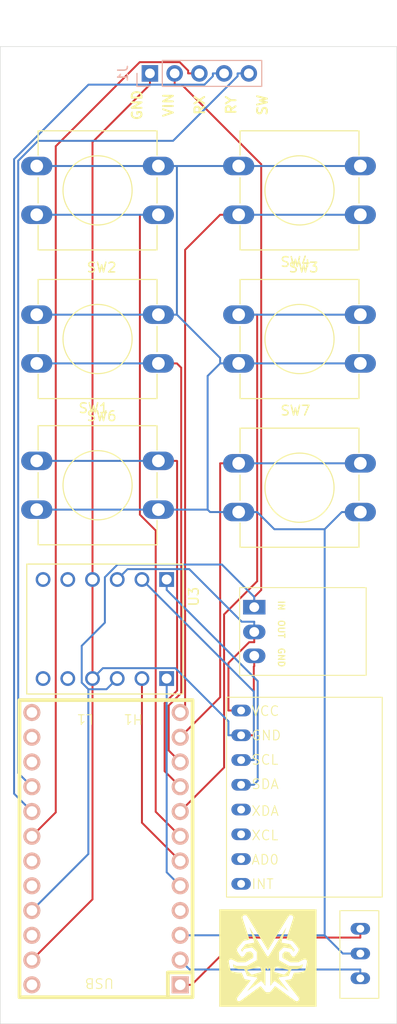
<source format=kicad_pcb>
(kicad_pcb (version 20240108) (generator "pcbnew") (generator_version "8.0")
  (layers (0 "F.Cu" signal) (31 "B.Cu" signal) (34 "B.Paste" user) (35 "F.Paste" user) (36 "B.SilkS" user "B.Silkscreen") (37 "F.SilkS" user "F.Silkscreen") (38 "B.Mask" user) (39 "F.Mask" user) (44 "Edge.Cuts" user))
  (net 0 "")
  (net 1 "Net-(MPU1-SDA)")
  (net 2 "Net-(MPU1-VCC)")
  (net 4 "Net-(J1-Pin_1)")
  (net 8 "Net-(MPU1-SCL)")
  (net 9 "Net-(J1-Pin_2)")
  (net 10 "Net-(U1-D7)")
  (net 11 "Net-(U1-D4)")
  (net 12 "Net-(U1-B5)")
  (net 14 "Net-(J1-Pin_4)")
  (net 15 "Net-(J1-Pin_5)")
  (net 16 "Net-(J1-Pin_3)")
  (net 17 "Net-(U1-SCL)")
  (net 18 "Net-(U1-E6)")
  (net 25 "Net-(SW5-C)")
  (net 26 "Net-(U1-SDA)")
  (net 28 "Net-(SW5-A)")
  (net 29 "Net-(U1-B4)")
  (net 34 "Net-(U1-C6)")
  (net 35 "Net-(SW5-B)")
  (footprint "Library:MPU6050 Accelerometer" (layer "F.Cu") (at 186 103.25)
    (property "Reference" "MPU1" (hide yes))
    (property "Value" "~" (hide yes))
    (fp_text user "XCL" (at -5.5 2.25 0) (layer "F.SilkS") (effects (font (thickness 0.1)) (justify left bottom)))
    (fp_text user "INT" (at -5.5 7.25 0) (layer "F.SilkS") (effects (font (thickness 0.1)) (justify left bottom)))
    (fp_text user "SDA" (at -5.5 -3 0) (layer "F.SilkS") (effects (font (thickness 0.1)) (justify left bottom)))
    (fp_text user "SCL" (at -5.5 -5.5 0) (layer "F.SilkS") (effects (font (thickness 0.1)) (justify left bottom)))
    (fp_text user "GND" (at -5.5 -8 0) (layer "F.SilkS") (effects (font (thickness 0.1)) (justify left bottom)))
    (fp_text user "AD0" (at -5.5 4.75 0) (layer "F.SilkS") (effects (font (thickness 0.1)) (justify left bottom)))
    (fp_text user "VCC" (at -5.5 -10.5 0) (layer "F.SilkS") (effects (font (thickness 0.1)) (justify left bottom)))
    (fp_text user "XDA" (at -5.5 -0.25 0) (layer "F.SilkS") (effects (font (thickness 0.1)) (justify left bottom)))
    (pad "1" thru_hole oval (at -6.5 -11.14 270) (size 1.2 2) (drill 0.8) (layers "*.Cu" "*.Mask") (net 2 "Net-(MPU1-VCC)"))
    (pad "2" thru_hole oval (at -6.5 -8.6 270) (size 1.2 2) (drill 0.8) (layers "*.Cu" "*.Mask") (net 4 "Net-(J1-Pin_1)"))
    (pad "3" thru_hole oval (at -6.5 -6.06 270) (size 1.2 2) (drill 0.8) (layers "*.Cu" "*.Mask") (net 8 "Net-(MPU1-SCL)"))
    (pad "4" thru_hole oval (at -6.5 -3.52 270) (size 1.2 2) (drill 0.8) (layers "*.Cu" "*.Mask") (net 1 "Net-(MPU1-SDA)"))
    (pad "5" thru_hole oval (at -6.5 -0.98 270) (size 1.2 2) (drill 0.8) (layers "*.Cu" "*.Mask"))
    (pad "6" thru_hole oval (at -6.5 1.56 270) (size 1.2 2) (drill 0.8) (layers "*.Cu" "*.Mask"))
    (pad "7" thru_hole oval (at -6.5 4.1 270) (size 1.2 2) (drill 0.8) (layers "*.Cu" "*.Mask"))
    (pad "8" thru_hole oval (at -6.5 6.64 270) (size 1.2 2) (drill 0.8) (layers "*.Cu" "*.Mask"))
  )
  (footprint "Library:SS12D00G SPDT Micro Switch" (layer "F.Cu") (at 191.75 117.04 -90)
    (property "Reference" "SW5" (hide yes))
    (property "Value" "SW_SPDT" (hide yes))
    (pad "1" thru_hole oval (at -2.54 0 270) (size 1.2 2) (drill 0.8) (layers "*.Cu" "*.Mask") (net 28 "Net-(SW5-A)"))
    (pad "2" thru_hole oval (at 0 0 270) (size 1.2 2) (drill 0.8) (layers "*.Cu" "*.Mask") (net 35 "Net-(SW5-B)"))
    (pad "3" thru_hole oval (at 2.54 0 270) (size 1.2 2) (drill 0.8) (layers "*.Cu" "*.Mask") (net 25 "Net-(SW5-C)"))
  )
  (footprint "Library:SW_PUSH-12mmWITHCap" (layer "F.Cu") (at 171 56.5 180)
    (property "Reference" "SW6" (at 5.83 -5.41 180) (layer "F.SilkS"))
    (property "Value" "SW_Omron_B3FS")
    (pad "1" thru_hole oval (at 0 0 180) (size 3.2 1.9) (drill 1.3) (layers "*.Cu" "*.Mask") (net 18 "Net-(U1-E6)"))
    (pad "1" thru_hole oval (at 12.5 0 180) (size 3.2 1.9) (drill 1.3) (layers "*.Cu" "*.Mask") (net 18 "Net-(U1-E6)"))
    (pad "2" thru_hole oval (at 0 5 180) (size 3.2 1.9) (drill 1.3) (layers "*.Cu" "*.Mask") (net 35 "Net-(SW5-B)"))
    (pad "2" thru_hole oval (at 12.5 5 180) (size 3.2 1.9) (drill 1.3) (layers "*.Cu" "*.Mask") (net 35 "Net-(SW5-B)"))
  )
  (footprint "Library:SmallInvertVCR" (layer "F.Cu") (at 182.25 117.5)
    (property "Reference" "G***" (hide yes))
    (property "Value" "LOGO" (hide yes))
  )
  (footprint "ProMicroFootprint:ARDUINO_PRO_MICRO" (layer "F.Cu") (at 165.62 106.28 90)
    (property "Reference" "U1" (hide yes))
    (property "Value" "ProMicro" (hide yes))
    (pad "1" thru_hole rect (at -13.97 7.62 90) (size 1.7526 1.7526) (drill 1.0922) (layers "*.Cu" "*.SilkS" "*.Mask") (net 28 "Net-(SW5-A)"))
    (pad "2" thru_hole circle (at -11.43 7.62 90) (size 1.7526 1.7526) (drill 1.0922) (layers "*.Cu" "*.SilkS" "*.Mask") (net 25 "Net-(SW5-C)"))
    (pad "3" thru_hole circle (at -8.89 7.62 90) (size 1.7526 1.7526) (drill 1.0922) (layers "*.Cu" "*.SilkS" "*.Mask") (net 35 "Net-(SW5-B)"))
    (pad "4" thru_hole circle (at -6.35 7.62 90) (size 1.7526 1.7526) (drill 1.0922) (layers "*.Cu" "*.SilkS" "*.Mask"))
    (pad "5" thru_hole circle (at -3.81 7.62 90) (size 1.7526 1.7526) (drill 1.0922) (layers "*.Cu" "*.SilkS" "*.Mask") (net 26 "Net-(U1-SDA)"))
    (pad "6" thru_hole circle (at -1.27 7.62 90) (size 1.7526 1.7526) (drill 1.0922) (layers "*.Cu" "*.SilkS" "*.Mask") (net 17 "Net-(U1-SCL)"))
    (pad "7" thru_hole circle (at 1.27 7.62 90) (size 1.7526 1.7526) (drill 1.0922) (layers "*.Cu" "*.SilkS" "*.Mask") (net 11 "Net-(U1-D4)"))
    (pad "8" thru_hole circle (at 3.81 7.62 90) (size 1.7526 1.7526) (drill 1.0922) (layers "*.Cu" "*.SilkS" "*.Mask") (net 34 "Net-(U1-C6)"))
    (pad "9" thru_hole circle (at 6.35 7.62 90) (size 1.7526 1.7526) (drill 1.0922) (layers "*.Cu" "*.SilkS" "*.Mask") (net 10 "Net-(U1-D7)"))
    (pad "10" thru_hole circle (at 8.89 7.62 90) (size 1.7526 1.7526) (drill 1.0922) (layers "*.Cu" "*.SilkS" "*.Mask") (net 18 "Net-(U1-E6)"))
    (pad "11" thru_hole circle (at 11.43 7.62 90) (size 1.7526 1.7526) (drill 1.0922) (layers "*.Cu" "*.SilkS" "*.Mask") (net 29 "Net-(U1-B4)"))
    (pad "12" thru_hole circle (at 13.97 7.62 90) (size 1.7526 1.7526) (drill 1.0922) (layers "*.Cu" "*.SilkS" "*.Mask") (net 12 "Net-(U1-B5)"))
    (pad "13" thru_hole circle (at 13.97 -7.62 90) (size 1.7526 1.7526) (drill 1.0922) (layers "*.Cu" "*.SilkS" "*.Mask"))
    (pad "14" thru_hole circle (at 11.43 -7.62 90) (size 1.7526 1.7526) (drill 1.0922) (layers "*.Cu" "*.SilkS" "*.Mask"))
    (pad "15" thru_hole circle (at 8.89 -7.62 90) (size 1.7526 1.7526) (drill 1.0922) (layers "*.Cu" "*.SilkS" "*.Mask"))
    (pad "16" thru_hole circle (at 6.35 -7.62 90) (size 1.7526 1.7526) (drill 1.0922) (layers "*.Cu" "*.SilkS" "*.Mask") (net 15 "Net-(J1-Pin_5)"))
    (pad "17" thru_hole circle (at 3.81 -7.62 90) (size 1.7526 1.7526) (drill 1.0922) (layers "*.Cu" "*.SilkS" "*.Mask") (net 14 "Net-(J1-Pin_4)"))
    (pad "18" thru_hole circle (at 1.27 -7.62 90) (size 1.7526 1.7526) (drill 1.0922) (layers "*.Cu" "*.SilkS" "*.Mask") (net 16 "Net-(J1-Pin_3)"))
    (pad "19" thru_hole circle (at -1.27 -7.62 90) (size 1.7526 1.7526) (drill 1.0922) (layers "*.Cu" "*.SilkS" "*.Mask"))
    (pad "20" thru_hole circle (at -3.81 -7.62 90) (size 1.7526 1.7526) (drill 1.0922) (layers "*.Cu" "*.SilkS" "*.Mask"))
    (pad "21" thru_hole circle (at -6.35 -7.62 90) (size 1.7526 1.7526) (drill 1.0922) (layers "*.Cu" "*.SilkS" "*.Mask") (net 9 "Net-(J1-Pin_2)"))
    (pad "22" thru_hole circle (at -8.89 -7.62 90) (size 1.7526 1.7526) (drill 1.0922) (layers "*.Cu" "*.SilkS" "*.Mask"))
    (pad "23" thru_hole circle (at -11.43 -7.62 90) (size 1.7526 1.7526) (drill 1.0922) (layers "*.Cu" "*.SilkS" "*.Mask") (net 4 "Net-(J1-Pin_1)"))
    (pad "24" thru_hole circle (at -13.97 -7.62 90) (size 1.7526 1.7526) (drill 1.0922) (layers "*.Cu" "*.SilkS" "*.Mask"))
  )
  (footprint "Library:SW_PUSH-12mmWITHCap" (layer "F.Cu") (at 179.25 66.75)
    (property "Reference" "SW7" (at 5.83 -5.41 0) (layer "F.SilkS"))
    (property "Value" "SW_Omron_B3FS")
    (pad "1" thru_hole oval (at 0 0) (size 3.2 1.9) (drill 1.3) (layers "*.Cu" "*.Mask") (net 29 "Net-(U1-B4)"))
    (pad "1" thru_hole oval (at 12.5 0) (size 3.2 1.9) (drill 1.3) (layers "*.Cu" "*.Mask") (net 29 "Net-(U1-B4)"))
    (pad "2" thru_hole oval (at 0 5) (size 3.2 1.9) (drill 1.3) (layers "*.Cu" "*.Mask") (net 35 "Net-(SW5-B)"))
    (pad "2" thru_hole oval (at 12.5 5) (size 3.2 1.9) (drill 1.3) (layers "*.Cu" "*.Mask") (net 35 "Net-(SW5-B)"))
  )
  (footprint "Library:SW_PUSH-12mmWITHCap" (layer "F.Cu") (at 158.5 66.5)
    (property "Reference" "SW1" (at 5.83 -5.41 0) (layer "F.SilkS"))
    (property "Value" "SW_Omron_B3FS")
    (pad "1" thru_hole oval (at 0 0) (size 3.2 1.9) (drill 1.3) (layers "*.Cu" "*.Mask") (net 10 "Net-(U1-D7)"))
    (pad "1" thru_hole oval (at 12.5 0) (size 3.2 1.9) (drill 1.3) (layers "*.Cu" "*.Mask") (net 10 "Net-(U1-D7)"))
    (pad "2" thru_hole oval (at 0 5) (size 3.2 1.9) (drill 1.3) (layers "*.Cu" "*.Mask") (net 35 "Net-(SW5-B)"))
    (pad "2" thru_hole oval (at 12.5 5) (size 3.2 1.9) (drill 1.3) (layers "*.Cu" "*.Mask") (net 35 "Net-(SW5-B)"))
  )
  (footprint "Logic Converter:BiDirectional Logic Converter" (layer "F.Cu") (at 165.5 83.75 -90)
    (property "Reference" "U3" (at -3.325 -9.135 -90) (layer "F.SilkS"))
    (property "Value" "BOB-12009")
    (pad "GND_1" thru_hole circle (at 5.08 1.27 270) (size 1.524 1.524) (drill 1.016) (layers "*.Cu" "*.Mask") (net 4 "Net-(J1-Pin_1)"))
    (pad "GND_2" thru_hole circle (at -5.08 1.27 270) (size 1.524 1.524) (drill 1.016) (layers "*.Cu" "*.Mask") (net 4 "Net-(J1-Pin_1)"))
    (pad "HV" thru_hole circle (at 5.08 -1.27 270) (size 1.524 1.524) (drill 1.016) (layers "*.Cu" "*.Mask") (net 9 "Net-(J1-Pin_2)"))
    (pad "HV1" thru_hole rect (at 5.08 -6.35 270) (size 1.524 1.524) (drill 1.016) (layers "*.Cu" "*.Mask") (net 26 "Net-(U1-SDA)"))
    (pad "HV2" thru_hole circle (at 5.08 -3.81 270) (size 1.524 1.524) (drill 1.016) (layers "*.Cu" "*.Mask") (net 17 "Net-(U1-SCL)"))
    (pad "HV3" thru_hole circle (at 5.08 3.81 270) (size 1.524 1.524) (drill 1.016) (layers "*.Cu" "*.Mask"))
    (pad "HV4" thru_hole circle (at 5.08 6.35 270) (size 1.524 1.524) (drill 1.016) (layers "*.Cu" "*.Mask"))
    (pad "LV" thru_hole circle (at -5.08 -1.27 270) (size 1.524 1.524) (drill 1.016) (layers "*.Cu" "*.Mask") (net 2 "Net-(MPU1-VCC)"))
    (pad "LV1" thru_hole rect (at -5.08 -6.35 270) (size 1.524 1.524) (drill 1.016) (layers "*.Cu" "*.Mask") (net 1 "Net-(MPU1-SDA)"))
    (pad "LV2" thru_hole circle (at -5.08 -3.81 270) (size 1.524 1.524) (drill 1.016) (layers "*.Cu" "*.Mask") (net 8 "Net-(MPU1-SCL)"))
    (pad "LV3" thru_hole circle (at -5.08 3.81 270) (size 1.524 1.524) (drill 1.016) (layers "*.Cu" "*.Mask"))
    (pad "LV4" thru_hole circle (at -5.08 6.35 270) (size 1.524 1.524) (drill 1.016) (layers "*.Cu" "*.Mask"))
  )
  (footprint "Library:SW_PUSH-12mmWITHCap" (layer "F.Cu") (at 171 41.25 180)
    (property "Reference" "SW2" (at 5.83 -5.41 180) (layer "F.SilkS"))
    (property "Value" "SW_Omron_B3FS")
    (pad "1" thru_hole oval (at 0 0 180) (size 3.2 1.9) (drill 1.3) (layers "*.Cu" "*.Mask") (net 11 "Net-(U1-D4)"))
    (pad "1" thru_hole oval (at 12.5 0 180) (size 3.2 1.9) (drill 1.3) (layers "*.Cu" "*.Mask") (net 11 "Net-(U1-D4)"))
    (pad "2" thru_hole oval (at 0 5 180) (size 3.2 1.9) (drill 1.3) (layers "*.Cu" "*.Mask") (net 35 "Net-(SW5-B)"))
    (pad "2" thru_hole oval (at 12.5 5 180) (size 3.2 1.9) (drill 1.3) (layers "*.Cu" "*.Mask") (net 35 "Net-(SW5-B)"))
  )
  (footprint "Library:SW_PUSH-12mmWITHCap" (layer "F.Cu") (at 191.75 41.25 180)
    (property "Reference" "SW3" (at 5.83 -5.41 180) (layer "F.SilkS"))
    (property "Value" "SW_Omron_B3FS")
    (pad "1" thru_hole oval (at 0 0 180) (size 3.2 1.9) (drill 1.3) (layers "*.Cu" "*.Mask") (net 12 "Net-(U1-B5)"))
    (pad "1" thru_hole oval (at 12.5 0 180) (size 3.2 1.9) (drill 1.3) (layers "*.Cu" "*.Mask") (net 12 "Net-(U1-B5)"))
    (pad "2" thru_hole oval (at 0 5 180) (size 3.2 1.9) (drill 1.3) (layers "*.Cu" "*.Mask") (net 35 "Net-(SW5-B)"))
    (pad "2" thru_hole oval (at 12.5 5 180) (size 3.2 1.9) (drill 1.3) (layers "*.Cu" "*.Mask") (net 35 "Net-(SW5-B)"))
  )
  (footprint "Library:3.3v InOutGnd Voltage Regulator" (layer "F.Cu") (at 179.35 84 -90)
    (property "Reference" "U2" (hide yes))
    (property "Value" "~")
    (fp_text user "IN  OUT  GND" (at 0.25 -3.9 -90) (layer "F.SilkS") (effects (font (size 0.65 0.65) (thickness 0.125) (bold yes)) (justify bottom)))
    (pad "1" thru_hole rect (at -2.49 -1.5 270) (size 1.5 2.3) (drill 1) (layers "*.Cu" "*.Mask") (net 9 "Net-(J1-Pin_2)"))
    (pad "2" thru_hole oval (at 0.05 -1.5 270) (size 1.5 2.3) (drill 1) (layers "*.Cu" "*.Mask") (net 2 "Net-(MPU1-VCC)"))
    (pad "3" thru_hole oval (at 2.5 -1.5 270) (size 1.5 2.3) (drill 1) (layers "*.Cu" "*.Mask") (net 4 "Net-(J1-Pin_1)"))
  )
  (footprint "Library:SW_PUSH-12mmWITHCap" (layer "F.Cu") (at 179.25 51.5)
    (property "Reference" "SW4" (at 5.83 -5.41 0) (layer "F.SilkS"))
    (property "Value" "SW_Omron_B3FS")
    (pad "1" thru_hole oval (at 0 0) (size 3.2 1.9) (drill 1.3) (layers "*.Cu" "*.Mask") (net 34 "Net-(U1-C6)"))
    (pad "1" thru_hole oval (at 12.5 0) (size 3.2 1.9) (drill 1.3) (layers "*.Cu" "*.Mask") (net 34 "Net-(U1-C6)"))
    (pad "2" thru_hole oval (at 0 5) (size 3.2 1.9) (drill 1.3) (layers "*.Cu" "*.Mask") (net 35 "Net-(SW5-B)"))
    (pad "2" thru_hole oval (at 12.5 5) (size 3.2 1.9) (drill 1.3) (layers "*.Cu" "*.Mask") (net 35 "Net-(SW5-B)"))
  )
  (footprint "Library:Joystick Module" (layer "B.Cu") (at 170.13 26.75 -90)
    (property "Reference" "J1" (at 0 2.77 90) (layer "B.SilkS") (effects (justify mirror)))
    (property "Value" "Conn_01x05_Socket")
    (pad "1" thru_hole rect (at 0 0 270) (size 1.7 1.7) (drill 1) (layers "*.Cu" "*.Mask") (net 4 "Net-(J1-Pin_1)"))
    (pad "2" thru_hole oval (at 0 -2.54 270) (size 1.7 1.7) (drill 1) (layers "*.Cu" "*.Mask") (net 9 "Net-(J1-Pin_2)"))
    (pad "3" thru_hole oval (at 0 -5.08 270) (size 1.7 1.7) (drill 1) (layers "*.Cu" "*.Mask") (net 16 "Net-(J1-Pin_3)"))
    (pad "4" thru_hole oval (at 0 -7.62 270) (size 1.7 1.7) (drill 1) (layers "*.Cu" "*.Mask") (net 14 "Net-(J1-Pin_4)"))
    (pad "5" thru_hole oval (at 0 -10.16 270) (size 1.7 1.7) (drill 1) (layers "*.Cu" "*.Mask") (net 15 "Net-(J1-Pin_5)"))
  )
  (gr_rect (start 154.75 24) (end 195.5 124.25) (stroke (width 0.05)) (fill none) (layer "Edge.Cuts"))
  (gr_text "H1    L1" (at 166 93 180) (layer "F.SilkS") (effects (font (size 1 1) (thickness 0.1))))
  (gr_text "GND\n\nVIN\n\nRX\n\nRY\n\nSW" (at 175.25 30 90) (layer "F.SilkS") (effects (font (size 1 1) (thickness 0.2) (bold yes))))
  (gr_text "USB" (at 166.5 119.5 180) (layer "F.SilkS") (effects (font (size 1 1) (thickness 0.1)) (justify left bottom)))
  (segment (start 180.8017 99.73) (end 181.2034 99.3283) (width 0.2) (layer "B.Cu") (net 1))
  (segment (start 181.2034 89.0871) (end 171.85 79.7337) (width 0.2) (layer "B.Cu") (net 1))
  (segment (start 171.85 78.67) (end 171.85 79.7337) (width 0.2) (layer "B.Cu") (net 1))
  (segment (start 179.5 99.73) (end 180.8017 99.73) (width 0.2) (layer "B.Cu") (net 1))
  (segment (start 181.2034 99.3283) (end 181.2034 89.0871) (width 0.2) (layer "B.Cu") (net 1))
  (segment (start 178.1983 87.231) (end 180.3276 85.1017) (width 0.2) (layer "F.Cu") (net 2))
  (segment (start 179.5 92.11) (end 178.1983 92.11) (width 0.2) (layer "F.Cu") (net 2))
  (segment (start 178.1983 92.11) (end 178.1983 87.231) (width 0.2) (layer "F.Cu") (net 2))
  (segment (start 180.85 84.05) (end 180.85 85.1017) (width 0.2) (layer "F.Cu") (net 2))
  (segment (start 180.3276 85.1017) (end 180.85 85.1017) (width 0.2) (layer "F.Cu") (net 2))
  (segment (start 180.85 84.05) (end 180.85 82.9983) (width 0.2) (layer "B.Cu") (net 2))
  (segment (start 166.77 78.67) (end 167.8337 77.6063) (width 0.2) (layer "B.Cu") (net 2))
  (segment (start 179.5631 82.9983) (end 180.85 82.9983) (width 0.2) (layer "B.Cu") (net 2))
  (segment (start 167.8337 77.6063) (end 174.1711 77.6063) (width 0.2) (layer "B.Cu") (net 2))
  (segment (start 174.1711 77.6063) (end 179.5631 82.9983) (width 0.2) (layer "B.Cu") (net 2))
  (segment (start 180.8017 87.6) (end 180.85 87.5517) (width 0.2) (layer "F.Cu") (net 4))
  (segment (start 164.23 111.48) (end 158 117.71) (width 0.2) (layer "F.Cu") (net 4))
  (segment (start 179.5 94.65) (end 180.8017 94.65) (width 0.2) (layer "F.Cu") (net 4))
  (segment (start 170.13 26.75) (end 170.13 27.9017) (width 0.2) (layer "F.Cu") (net 4))
  (segment (start 164.23 78.67) (end 164.23 33.8017) (width 0.2) (layer "F.Cu") (net 4))
  (segment (start 164.23 33.8017) (end 170.13 27.9017) (width 0.2) (layer "F.Cu") (net 4))
  (segment (start 164.23 78.67) (end 164.23 88.83) (width 0.2) (layer "F.Cu") (net 4))
  (segment (start 180.8017 94.65) (end 180.8017 87.6) (width 0.2) (layer "F.Cu") (net 4))
  (segment (start 164.23 88.83) (end 164.23 111.48) (width 0.2) (layer "F.Cu") (net 4))
  (segment (start 180.85 86.5) (end 180.85 87.5517) (width 0.2) (layer "F.Cu") (net 4))
  (segment (start 178.1983 93.2201) (end 178.1983 94.65) (width 0.2) (layer "B.Cu") (net 4))
  (segment (start 179.5 94.65) (end 178.1983 94.65) (width 0.2) (layer "B.Cu") (net 4))
  (segment (start 164.23 88.83) (end 165.2937 87.7663) (width 0.2) (layer "B.Cu") (net 4))
  (segment (start 172.7445 87.7663) (end 178.1983 93.2201) (width 0.2) (layer "B.Cu") (net 4))
  (segment (start 165.2937 87.7663) (end 172.7445 87.7663) (width 0.2) (layer "B.Cu") (net 4))
  (segment (start 180.8017 97.19) (end 180.8017 90.1617) (width 0.2) (layer "B.Cu") (net 8))
  (segment (start 180.8017 90.1617) (end 169.31 78.67) (width 0.2) (layer "B.Cu") (net 8))
  (segment (start 179.5 97.19) (end 180.8017 97.19) (width 0.2) (layer "B.Cu") (net 8))
  (segment (start 180.85 81.51) (end 180.85 80.4583) (width 0.2) (layer "F.Cu") (net 9))
  (segment (start 172.67 26.75) (end 172.67 27.9017) (width 0.2) (layer "F.Cu") (net 9))
  (segment (start 180.85 80.4583) (end 181.5652 79.7431) (width 0.2) (layer "F.Cu") (net 9))
  (segment (start 181.5652 36.0667) (end 173.4002 27.9017) (width 0.2) (layer "F.Cu") (net 9))
  (segment (start 181.5652 79.7431) (end 181.5652 36.0667) (width 0.2) (layer "F.Cu") (net 9))
  (segment (start 173.4002 27.9017) (end 172.67 27.9017) (width 0.2) (layer "F.Cu") (net 9))
  (segment (start 180.85 80.4583) (end 177.526 77.1343) (width 0.2) (layer "B.Cu") (net 9))
  (segment (start 165.6712 89.9288) (end 163.8038 89.9288) (width 0.2) (layer "B.Cu") (net 9))
  (segment (start 166.77 88.83) (end 165.6712 89.9288) (width 0.2) (layer "B.Cu") (net 9))
  (segment (start 180.85 81.51) (end 180.85 80.4583) (width 0.2) (layer "B.Cu") (net 9))
  (segment (start 165.5 78.4354) (end 165.5 83.0958) (width 0.2) (layer "B.Cu") (net 9))
  (segment (start 177.526 77.1343) (end 166.8011 77.1343) (width 0.2) (layer "B.Cu") (net 9))
  (segment (start 163.8038 106.8262) (end 163.8038 89.9288) (width 0.2) (layer "B.Cu") (net 9))
  (segment (start 163.1203 85.4755) (end 163.1203 89.2453) (width 0.2) (layer "B.Cu") (net 9))
  (segment (start 165.5 83.0958) (end 163.1203 85.4755) (width 0.2) (layer "B.Cu") (net 9))
  (segment (start 163.1203 89.2453) (end 163.8038 89.9288) (width 0.2) (layer "B.Cu") (net 9))
  (segment (start 158 112.63) (end 163.8038 106.8262) (width 0.2) (layer "B.Cu") (net 9))
  (segment (start 166.8011 77.1343) (end 165.5 78.4354) (width 0.2) (layer "B.Cu") (net 9))
  (segment (start 171.638 98.328) (end 171.638 91.3509) (width 0.2) (layer "F.Cu") (net 10))
  (segment (start 172.9215 90.0674) (end 172.9215 66.5198) (width 0.2) (layer "F.Cu") (net 10))
  (segment (start 173.24 99.93) (end 171.638 98.328) (width 0.2) (layer "F.Cu") (net 10))
  (segment (start 171 66.5) (end 172.9017 66.5) (width 0.2) (layer "F.Cu") (net 10))
  (segment (start 172.9215 66.5198) (end 172.9017 66.5) (width 0.2) (layer "F.Cu") (net 10))
  (segment (start 171.638 91.3509) (end 172.9215 90.0674) (width 0.2) (layer "F.Cu") (net 10))
  (segment (start 158.5 66.5) (end 171 66.5) (width 0.2) (layer "B.Cu") (net 10))
  (segment (start 171 41.25) (end 169.0983 41.25) (width 0.2) (layer "F.Cu") (net 11))
  (segment (start 169.0983 72.0185) (end 169.0983 41.25) (width 0.2) (layer "F.Cu") (net 11))
  (segment (start 173.24 105.01) (end 170.7216 102.4916) (width 0.2) (layer "F.Cu") (net 11))
  (segment (start 170.7216 102.4916) (end 170.7216 73.6418) (width 0.2) (layer "F.Cu") (net 11))
  (segment (start 170.7216 73.6418) (end 169.0983 72.0185) (width 0.2) (layer "F.Cu") (net 11))
  (segment (start 171 41.25) (end 158.5 41.25) (width 0.2) (layer "B.Cu") (net 11))
  (segment (start 173.7462 44.8521) (end 177.3483 41.25) (width 0.2) (layer "F.Cu") (net 12))
  (segment (start 173.7462 91.8038) (end 173.7462 44.8521) (width 0.2) (layer "F.Cu") (net 12))
  (segment (start 179.25 41.25) (end 177.3483 41.25) (width 0.2) (layer "F.Cu") (net 12))
  (segment (start 173.24 92.31) (end 173.7462 91.8038) (width 0.2) (layer "F.Cu") (net 12))
  (segment (start 191.75 41.25) (end 179.25 41.25) (width 0.2) (layer "B.Cu") (net 12))
  (segment (start 156.1729 35.5442) (end 156.1729 100.6429) (width 0.2) (layer "B.Cu") (net 14))
  (segment (start 175.7346 27.9017) (end 163.8154 27.9017) (width 0.2) (layer "B.Cu") (net 14))
  (segment (start 176.5983 26.75) (end 176.5983 27.038) (width 0.2) (layer "B.Cu") (net 14))
  (segment (start 176.5983 27.038) (end 175.7346 27.9017) (width 0.2) (layer "B.Cu") (net 14))
  (segment (start 156.1729 100.6429) (end 158 102.47) (width 0.2) (layer "B.Cu") (net 14))
  (segment (start 163.8154 27.9017) (end 156.1729 35.5442) (width 0.2) (layer "B.Cu") (net 14))
  (segment (start 177.75 26.75) (end 176.5983 26.75) (width 0.2) (layer "B.Cu") (net 14))
  (segment (start 180.29 26.75) (end 179.1383 26.75) (width 0.2) (layer "B.Cu") (net 15))
  (segment (start 179.1383 26.75) (end 179.1383 27.0379) (width 0.2) (layer "B.Cu") (net 15))
  (segment (start 156.5983 98.5283) (end 158 99.93) (width 0.2) (layer "B.Cu") (net 15))
  (segment (start 156.5983 35.7102) (end 156.5983 98.5283) (width 0.2) (layer "B.Cu") (net 15))
  (segment (start 179.1383 27.0379) (end 172.5103 33.6659) (width 0.2) (layer "B.Cu") (net 15))
  (segment (start 172.5103 33.6659) (end 158.6426 33.6659) (width 0.2) (layer "B.Cu") (net 15))
  (segment (start 158.6426 33.6659) (end 156.5983 35.7102) (width 0.2) (layer "B.Cu") (net 15))
  (segment (start 175.21 26.75) (end 174.0583 26.75) (width 0.2) (layer "F.Cu") (net 16))
  (segment (start 174.0583 26.462) (end 173.1946 25.5983) (width 0.2) (layer "F.Cu") (net 16))
  (segment (start 173.1946 25.5983) (end 169.0803 25.5983) (width 0.2) (layer "F.Cu") (net 16))
  (segment (start 160.4521 34.2265) (end 160.4521 102.5579) (width 0.2) (layer "F.Cu") (net 16))
  (segment (start 174.0583 26.75) (end 174.0583 26.462) (width 0.2) (layer "F.Cu") (net 16))
  (segment (start 160.4521 102.5579) (end 158 105.01) (width 0.2) (layer "F.Cu") (net 16))
  (segment (start 169.0803 25.5983) (end 160.4521 34.2265) (width 0.2) (layer "F.Cu") (net 16))
  (segment (start 169.31 88.83) (end 169.31 103.62) (width 0.2) (layer "F.Cu") (net 17))
  (segment (start 169.31 103.62) (end 173.24 107.55) (width 0.2) (layer "F.Cu") (net 17))
  (segment (start 172.0611 96.2111) (end 172.0611 91.5955) (width 0.2) (layer "F.Cu") (net 18))
  (segment (start 173.3445 90.3121) (end 173.3445 56.9428) (width 0.2) (layer "F.Cu") (net 18))
  (segment (start 171 56.5) (end 172.9017 56.5) (width 0.2) (layer "F.Cu") (net 18))
  (segment (start 172.0611 91.5955) (end 173.3445 90.3121) (width 0.2) (layer "F.Cu") (net 18))
  (segment (start 173.3445 56.9428) (end 172.9017 56.5) (width 0.2) (layer "F.Cu") (net 18))
  (segment (start 173.24 97.39) (end 172.0611 96.2111) (width 0.2) (layer "F.Cu") (net 18))
  (segment (start 171 56.5) (end 158.5 56.5) (width 0.2) (layer "B.Cu") (net 18))
  (segment (start 191.75 119.58) (end 191.75 118.6783) (width 0.2) (layer "B.Cu") (net 25))
  (segment (start 174.2083 118.6783) (end 191.75 118.6783) (width 0.2) (layer "B.Cu") (net 25))
  (segment (start 173.24 117.71) (end 174.2083 118.6783) (width 0.2) (layer "B.Cu") (net 25))
  (segment (start 171.85 88.83) (end 171.85 108.7) (width 0.2) (layer "B.Cu") (net 26))
  (segment (start 171.85 108.7) (end 173.24 110.09) (width 0.2) (layer "B.Cu") (net 26))
  (segment (start 174.418 120.25) (end 179.2663 115.4017) (width 0.2) (layer "F.Cu") (net 28))
  (segment (start 179.2663 115.4017) (end 191.75 115.4017) (width 0.2) (layer "F.Cu") (net 28))
  (segment (start 173.24 120.25) (end 174.418 120.25) (width 0.2) (layer "F.Cu") (net 28))
  (segment (start 191.75 114.5) (end 191.75 115.4017) (width 0.2) (layer "F.Cu") (net 28))
  (segment (start 173.24 94.85) (end 177.3483 90.7417) (width 0.2) (layer "F.Cu") (net 29))
  (segment (start 179.25 66.75) (end 177.3483 66.75) (width 0.2) (layer "F.Cu") (net 29))
  (segment (start 177.3483 90.7417) (end 177.3483 66.75) (width 0.2) (layer "F.Cu") (net 29))
  (segment (start 179.25 66.75) (end 191.75 66.75) (width 0.2) (layer "B.Cu") (net 29))
  (segment (start 179.25 51.5) (end 181.1517 51.5) (width 0.2) (layer "F.Cu") (net 34))
  (segment (start 181.1517 78.8472) (end 181.1517 51.5) (width 0.2) (layer "F.Cu") (net 34))
  (segment (start 177.7502 97.9598) (end 177.7502 82.2487) (width 0.2) (layer "F.Cu") (net 34))
  (segment (start 173.24 102.47) (end 177.7502 97.9598) (width 0.2) (layer "F.Cu") (net 34))
  (segment (start 177.7502 82.2487) (end 181.1517 78.8472) (width 0.2) (layer "F.Cu") (net 34))
  (segment (start 179.25 51.5) (end 191.75 51.5) (width 0.2) (layer "B.Cu") (net 34))
  (segment (start 182.9161 73.5144) (end 188.0839 73.5144) (width 0.2) (layer "B.Cu") (net 35))
  (segment (start 188.0839 115.17) (end 188.0839 73.5144) (width 0.2) (layer "B.Cu") (net 35))
  (segment (start 179.25 36.25) (end 172.9017 36.25) (width 0.2) (layer "B.Cu") (net 35))
  (segment (start 177.3498 56.5) (end 177.3483 56.5) (width 0.2) (layer "B.Cu") (net 35))
  (segment (start 189.9539 117.04) (end 188.0839 115.17) (width 0.2) (layer "B.Cu") (net 35))
  (segment (start 158.5 71.5) (end 171 71.5) (width 0.2) (layer "B.Cu") (net 35))
  (segment (start 172.9017 36.25) (end 171 36.25) (width 0.2) (layer "B.Cu") (net 35))
  (segment (start 191.75 56.5) (end 179.25 56.5) (width 0.2) (layer "B.Cu") (net 35))
  (segment (start 191.75 71.75) (end 189.8483 71.75) (width 0.2) (layer "B.Cu") (net 35))
  (segment (start 177.3483 55.9466) (end 172.9017 51.5) (width 0.2) (layer "B.Cu") (net 35))
  (segment (start 177.3483 56.5) (end 177.3483 55.9466) (width 0.2) (layer "B.Cu") (net 35))
  (segment (start 179.25 56.5) (end 177.4492 56.5) (width 0.2) (layer "B.Cu") (net 35))
  (segment (start 188.0839 115.17) (end 173.24 115.17) (width 0.2) (layer "B.Cu") (net 35))
  (segment (start 179.25 71.75) (end 181.1517 71.75) (width 0.2) (layer "B.Cu") (net 35))
  (segment (start 158.5 51.5) (end 171 51.5) (width 0.2) (layer "B.Cu") (net 35))
  (segment (start 191.75 36.25) (end 179.25 36.25) (width 0.2) (layer "B.Cu") (net 35))
  (segment (start 176.3089 71.75) (end 179.25 71.75) (width 0.2) (layer "B.Cu") (net 35))
  (segment (start 171 71.5) (end 172.9017 71.5) (width 0.2) (layer "B.Cu") (net 35))
  (segment (start 188.0839 73.5144) (end 189.8483 71.75) (width 0.2) (layer "B.Cu") (net 35))
  (segment (start 176.0589 57.7909) (end 176.0589 71.5) (width 0.2) (layer "B.Cu") (net 35))
  (segment (start 191.75 117.04) (end 189.9539 117.04) (width 0.2) (layer "B.Cu") (net 35))
  (segment (start 176.0589 71.5) (end 172.9017 71.5) (width 0.2) (layer "B.Cu") (net 35))
  (segment (start 171 36.25) (end 158.5 36.25) (width 0.2) (layer "B.Cu") (net 35))
  (segment (start 181.1517 71.75) (end 182.9161 73.5144) (width 0.2) (layer "B.Cu") (net 35))
  (segment (start 177.4492 56.5) (end 177.3498 56.5) (width 0.2) (layer "B.Cu") (net 35))
  (segment (start 177.3498 56.5) (end 176.0589 57.7909) (width 0.2) (layer "B.Cu") (net 35))
  (segment (start 176.0589 71.5) (end 176.3089 71.75) (width 0.2) (layer "B.Cu") (net 35))
  (segment (start 172.9017 36.25) (end 172.9017 51.5) (width 0.2) (layer "B.Cu") (net 35))
  (segment (start 171 51.5) (end 172.9017 51.5) (width 0.2) (layer "B.Cu") (net 35))
)
</source>
